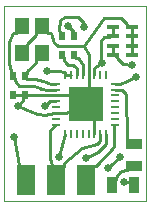
<source format=gtl>
G04 (created by PCBNEW (2013-jul-07)-stable) date Thu 27 Nov 2014 12:46:05 AM EST*
%MOIN*%
G04 Gerber Fmt 3.4, Leading zero omitted, Abs format*
%FSLAX34Y34*%
G01*
G70*
G90*
G04 APERTURE LIST*
%ADD10C,0.00590551*%
%ADD11C,0.00393701*%
%ADD12R,0.047X0.055*%
%ADD13R,0.035X0.055*%
%ADD14R,0.055X0.035*%
%ADD15R,0.01X0.03*%
%ADD16R,0.03X0.01*%
%ADD17R,0.1181X0.1181*%
%ADD18R,0.0393701X0.015748*%
%ADD19R,0.023622X0.0275591*%
%ADD20R,0.06X0.1*%
%ADD21C,0.025*%
%ADD22C,0.01*%
G04 APERTURE END LIST*
G54D10*
G54D11*
X24803Y-22244D02*
X24803Y-22047D01*
X20078Y-22244D02*
X24803Y-22244D01*
X20078Y-22047D02*
X20078Y-22244D01*
X20078Y-20472D02*
X20078Y-22047D01*
X24803Y-20472D02*
X24803Y-22047D01*
X20078Y-20472D02*
X20078Y-15748D01*
X24803Y-15748D02*
X24803Y-20472D01*
X20078Y-15748D02*
X24803Y-15748D01*
G54D12*
X21339Y-16422D03*
X20669Y-16422D03*
X20669Y-17322D03*
X21339Y-17322D03*
G54D13*
X24420Y-21743D03*
X23670Y-21743D03*
G54D14*
X24401Y-20345D03*
X24401Y-21095D03*
G54D15*
X22299Y-18052D03*
X22496Y-18052D03*
X22693Y-18052D03*
X22102Y-18052D03*
G54D16*
X21807Y-18347D03*
X21807Y-18544D03*
X21807Y-18741D03*
X21807Y-18938D03*
X21807Y-19134D03*
X21807Y-19331D03*
X21807Y-19528D03*
X21807Y-19725D03*
G54D15*
X23480Y-20020D03*
X22102Y-20020D03*
X22299Y-20020D03*
X22496Y-20020D03*
X22693Y-20020D03*
X22889Y-20020D03*
X23086Y-20020D03*
X23283Y-20020D03*
G54D16*
X23775Y-19725D03*
X23775Y-19528D03*
X23775Y-19331D03*
X23775Y-19134D03*
X23775Y-18938D03*
X23775Y-18741D03*
X23775Y-18544D03*
X23775Y-18347D03*
G54D15*
X23480Y-18052D03*
X23283Y-18052D03*
X23086Y-18052D03*
X22889Y-18052D03*
G54D17*
X22791Y-19036D03*
G54D18*
X24330Y-17401D03*
X24330Y-17086D03*
X24330Y-16771D03*
X24330Y-16456D03*
X23700Y-16456D03*
X23700Y-16771D03*
X23700Y-17086D03*
X23700Y-17401D03*
G54D19*
X20760Y-18098D03*
X20760Y-18728D03*
X20367Y-18098D03*
X20367Y-18728D03*
X22409Y-16777D03*
X22409Y-17407D03*
X22015Y-16777D03*
X22015Y-17407D03*
G54D20*
X22806Y-21549D03*
X21806Y-21549D03*
X20806Y-21549D03*
G54D21*
X24076Y-21617D03*
X23347Y-17651D03*
X24353Y-17712D03*
X21517Y-17943D03*
X21424Y-19110D03*
X23531Y-21148D03*
X23945Y-20783D03*
X20525Y-19091D03*
X21893Y-20807D03*
X22820Y-20811D03*
X22745Y-16444D03*
X22192Y-16417D03*
X20410Y-20136D03*
X24467Y-18117D03*
G54D22*
X24295Y-21617D02*
X24420Y-21743D01*
X24245Y-21617D02*
X24295Y-21617D01*
X24076Y-21617D02*
X24245Y-21617D01*
X23178Y-17745D02*
X23347Y-17651D01*
X23086Y-17837D02*
X23178Y-17745D01*
X23086Y-17902D02*
X23086Y-17837D01*
X23086Y-17952D02*
X23086Y-17902D01*
X23086Y-18052D02*
X23086Y-17952D01*
X23700Y-16742D02*
X23700Y-16771D01*
X23700Y-16692D02*
X23700Y-16742D01*
X23700Y-16535D02*
X23700Y-16692D01*
X23700Y-16485D02*
X23700Y-16535D01*
X23700Y-16456D02*
X23700Y-16485D01*
X23322Y-17555D02*
X23347Y-17651D01*
X23303Y-17455D02*
X23322Y-17555D01*
X23303Y-17289D02*
X23303Y-17455D01*
X23303Y-16925D02*
X23303Y-17289D01*
X23421Y-16807D02*
X23303Y-16925D01*
X23483Y-16800D02*
X23421Y-16807D01*
X23503Y-16800D02*
X23483Y-16800D01*
X23553Y-16800D02*
X23503Y-16800D01*
X23700Y-16771D02*
X23553Y-16800D01*
X23677Y-21023D02*
X23945Y-20783D01*
X23531Y-21148D02*
X23677Y-21023D01*
X22102Y-17952D02*
X22102Y-18052D01*
X22052Y-17952D02*
X22102Y-17952D01*
X22032Y-17952D02*
X22052Y-17952D01*
X21933Y-17943D02*
X22032Y-17952D01*
X21517Y-17943D02*
X21933Y-17943D01*
X21707Y-18938D02*
X21807Y-18938D01*
X21657Y-18938D02*
X21707Y-18938D01*
X21593Y-18938D02*
X21657Y-18938D01*
X21501Y-19030D02*
X21593Y-18938D01*
X21424Y-19110D02*
X21501Y-19030D01*
X23847Y-17430D02*
X23700Y-17401D01*
X23847Y-17480D02*
X23847Y-17430D01*
X23847Y-17501D02*
X23847Y-17480D01*
X23876Y-17530D02*
X23847Y-17501D01*
X24050Y-17680D02*
X23876Y-17530D01*
X24353Y-17712D02*
X24050Y-17680D01*
X23700Y-17372D02*
X23700Y-17401D01*
X23700Y-17322D02*
X23700Y-17372D01*
X23700Y-17165D02*
X23700Y-17322D01*
X23700Y-17115D02*
X23700Y-17165D01*
X23700Y-17086D02*
X23700Y-17115D01*
X22249Y-18052D02*
X22299Y-18052D01*
X22152Y-18052D02*
X22249Y-18052D01*
X22102Y-18052D02*
X22152Y-18052D01*
X21807Y-19331D02*
X21547Y-19350D01*
X21547Y-19350D02*
X21464Y-19381D01*
X21464Y-19381D02*
X21161Y-19362D01*
X21161Y-19362D02*
X20525Y-19091D01*
X21807Y-19331D02*
X22125Y-19330D01*
X22125Y-19330D02*
X22791Y-19036D01*
X21707Y-18741D02*
X21807Y-18741D01*
X21657Y-18741D02*
X21707Y-18741D01*
X20878Y-18741D02*
X21657Y-18741D01*
X20828Y-18741D02*
X20878Y-18741D01*
X20760Y-18728D02*
X20828Y-18741D01*
X21524Y-16647D02*
X21339Y-16422D01*
X21574Y-16647D02*
X21524Y-16647D01*
X21595Y-16647D02*
X21574Y-16647D01*
X21624Y-16677D02*
X21595Y-16647D01*
X21735Y-16980D02*
X21624Y-16677D01*
X21735Y-16982D02*
X21735Y-16980D01*
X21830Y-17076D02*
X21735Y-16982D01*
X21873Y-17092D02*
X21830Y-17076D01*
X22600Y-17092D02*
X21873Y-17092D01*
X22713Y-17094D02*
X22600Y-17092D01*
X22745Y-17110D02*
X22713Y-17094D01*
X22889Y-17952D02*
X22889Y-18052D01*
X22889Y-17902D02*
X22889Y-17952D01*
X22889Y-17756D02*
X22889Y-17902D01*
X22906Y-17723D02*
X22889Y-17756D01*
X22906Y-17702D02*
X22906Y-17723D01*
X22906Y-17387D02*
X22906Y-17702D01*
X22745Y-17110D02*
X22906Y-17387D01*
X22889Y-18496D02*
X22791Y-19036D01*
X22889Y-18446D02*
X22889Y-18496D01*
X22889Y-18202D02*
X22889Y-18446D01*
X22889Y-18152D02*
X22889Y-18202D01*
X22889Y-18052D02*
X22889Y-18152D01*
X23303Y-16295D02*
X22745Y-17110D01*
X23421Y-16177D02*
X23303Y-16295D01*
X23586Y-16177D02*
X23421Y-16177D01*
X23980Y-16177D02*
X23586Y-16177D01*
X24154Y-16327D02*
X23980Y-16177D01*
X24183Y-16357D02*
X24154Y-16327D01*
X24183Y-16377D02*
X24183Y-16357D01*
X24183Y-16427D02*
X24183Y-16377D01*
X24330Y-16456D02*
X24183Y-16427D01*
X21907Y-18741D02*
X21807Y-18741D01*
X21957Y-18741D02*
X21907Y-18741D01*
X22201Y-18741D02*
X21957Y-18741D01*
X22251Y-18741D02*
X22201Y-18741D01*
X22791Y-19036D02*
X22251Y-18741D01*
X21154Y-16647D02*
X21339Y-16422D01*
X21154Y-16697D02*
X21154Y-16647D01*
X21154Y-16718D02*
X21154Y-16697D01*
X20854Y-17027D02*
X21154Y-16718D01*
X20854Y-17047D02*
X20854Y-17027D01*
X20854Y-17097D02*
X20854Y-17047D01*
X20669Y-17322D02*
X20854Y-17097D01*
X24330Y-16742D02*
X24330Y-16771D01*
X24330Y-16692D02*
X24330Y-16742D01*
X24330Y-16535D02*
X24330Y-16692D01*
X24330Y-16485D02*
X24330Y-16535D01*
X24330Y-16456D02*
X24330Y-16485D01*
X23086Y-19577D02*
X22791Y-19036D01*
X23086Y-19627D02*
X23086Y-19577D01*
X23086Y-19870D02*
X23086Y-19627D01*
X23086Y-19920D02*
X23086Y-19870D01*
X23086Y-20020D02*
X23086Y-19920D01*
X24330Y-17057D02*
X24330Y-17086D01*
X24330Y-17007D02*
X24330Y-17057D01*
X24330Y-16850D02*
X24330Y-17007D01*
X24330Y-16800D02*
X24330Y-16850D01*
X24330Y-16771D02*
X24330Y-16800D01*
X24330Y-17372D02*
X24330Y-17401D01*
X24330Y-17322D02*
X24330Y-17372D01*
X24330Y-17165D02*
X24330Y-17322D01*
X24330Y-17115D02*
X24330Y-17165D01*
X24330Y-17086D02*
X24330Y-17115D01*
X20435Y-18728D02*
X20367Y-18728D01*
X20485Y-18728D02*
X20435Y-18728D01*
X20642Y-18728D02*
X20485Y-18728D01*
X20692Y-18728D02*
X20642Y-18728D01*
X20760Y-18728D02*
X20692Y-18728D01*
X20692Y-18816D02*
X20760Y-18728D01*
X20692Y-18866D02*
X20692Y-18816D01*
X20692Y-18887D02*
X20692Y-18866D01*
X20525Y-19091D02*
X20692Y-18887D01*
X24176Y-20220D02*
X24401Y-20345D01*
X24176Y-20170D02*
X24176Y-20220D01*
X24125Y-18698D02*
X24176Y-20170D01*
X24082Y-18636D02*
X24125Y-18698D01*
X23990Y-18544D02*
X24082Y-18636D01*
X23925Y-18544D02*
X23990Y-18544D01*
X23875Y-18544D02*
X23925Y-18544D01*
X23775Y-18544D02*
X23875Y-18544D01*
X22102Y-20020D02*
X21893Y-20759D01*
X21893Y-20759D02*
X21893Y-20807D01*
X23480Y-20120D02*
X23480Y-20020D01*
X23480Y-20170D02*
X23480Y-20120D01*
X23480Y-20354D02*
X23480Y-20170D01*
X23220Y-20614D02*
X23480Y-20354D01*
X22820Y-20811D02*
X23220Y-20614D01*
X24176Y-21220D02*
X24401Y-21095D01*
X24126Y-21220D02*
X24176Y-21220D01*
X24106Y-21220D02*
X24126Y-21220D01*
X23944Y-21299D02*
X24106Y-21220D01*
X23825Y-21418D02*
X23944Y-21299D01*
X23795Y-21448D02*
X23825Y-21418D01*
X23795Y-21468D02*
X23795Y-21448D01*
X23795Y-21518D02*
X23795Y-21468D01*
X23670Y-21743D02*
X23795Y-21518D01*
X22744Y-16322D02*
X22745Y-16444D01*
X22553Y-16132D02*
X22744Y-16322D01*
X22113Y-16130D02*
X22553Y-16132D01*
X21927Y-16214D02*
X22113Y-16130D01*
X21891Y-16556D02*
X21927Y-16214D01*
X22015Y-16777D02*
X21891Y-16556D01*
X22419Y-16639D02*
X22192Y-16417D01*
X22419Y-16689D02*
X22419Y-16639D01*
X22409Y-16777D02*
X22419Y-16689D01*
X22693Y-17952D02*
X22693Y-18052D01*
X22693Y-17902D02*
X22693Y-17952D01*
X22693Y-17739D02*
X22693Y-17902D01*
X22577Y-17524D02*
X22693Y-17739D01*
X22547Y-17495D02*
X22577Y-17524D01*
X22527Y-17495D02*
X22547Y-17495D01*
X22477Y-17495D02*
X22527Y-17495D01*
X22409Y-17407D02*
X22477Y-17495D01*
X21806Y-21549D02*
X21610Y-20834D01*
X21610Y-20834D02*
X21614Y-19897D01*
X21614Y-19897D02*
X21807Y-19725D01*
X23283Y-20120D02*
X23283Y-20020D01*
X23283Y-20170D02*
X23283Y-20120D01*
X23283Y-20231D02*
X23283Y-20170D01*
X23281Y-20251D02*
X23283Y-20231D01*
X23167Y-20365D02*
X23281Y-20251D01*
X22685Y-20486D02*
X23167Y-20365D01*
X22085Y-20999D02*
X22685Y-20486D01*
X22056Y-21028D02*
X22085Y-20999D01*
X22056Y-21049D02*
X22056Y-21028D01*
X22056Y-21099D02*
X22056Y-21049D01*
X21806Y-21549D02*
X22056Y-21099D01*
X23875Y-18347D02*
X23775Y-18347D01*
X23925Y-18347D02*
X23875Y-18347D01*
X23946Y-18347D02*
X23925Y-18347D01*
X24467Y-18117D02*
X23946Y-18347D01*
X20556Y-21049D02*
X20410Y-20136D01*
X20556Y-21099D02*
X20556Y-21049D01*
X20806Y-21549D02*
X20556Y-21099D01*
X23730Y-19725D02*
X23775Y-19725D01*
X23730Y-19775D02*
X23730Y-19725D01*
X23730Y-20415D02*
X23730Y-19775D01*
X23700Y-20488D02*
X23730Y-20415D01*
X23156Y-21069D02*
X23700Y-20488D01*
X23127Y-21099D02*
X23156Y-21069D01*
X23106Y-21099D02*
X23127Y-21099D01*
X23056Y-21099D02*
X23106Y-21099D01*
X22806Y-21549D02*
X23056Y-21099D01*
X20299Y-18010D02*
X20367Y-18098D01*
X20299Y-17960D02*
X20299Y-18010D01*
X20299Y-17940D02*
X20299Y-17960D01*
X20247Y-17675D02*
X20299Y-17940D01*
X20247Y-17520D02*
X20247Y-17675D01*
X20247Y-16970D02*
X20247Y-17520D01*
X20384Y-16677D02*
X20247Y-16970D01*
X20413Y-16647D02*
X20384Y-16677D01*
X20434Y-16647D02*
X20413Y-16647D01*
X20484Y-16647D02*
X20434Y-16647D01*
X20669Y-16422D02*
X20484Y-16647D01*
X20435Y-18186D02*
X20367Y-18098D01*
X20435Y-18236D02*
X20435Y-18186D01*
X20435Y-18257D02*
X20435Y-18236D01*
X20465Y-18309D02*
X20435Y-18257D01*
X20569Y-18413D02*
X20465Y-18309D01*
X20952Y-18413D02*
X20569Y-18413D01*
X21065Y-18416D02*
X20952Y-18413D01*
X21266Y-18507D02*
X21065Y-18416D01*
X21295Y-18519D02*
X21266Y-18507D01*
X21555Y-18544D02*
X21295Y-18519D01*
X21657Y-18544D02*
X21555Y-18544D01*
X21707Y-18544D02*
X21657Y-18544D01*
X21807Y-18544D02*
X21707Y-18544D01*
X20828Y-18186D02*
X20760Y-18098D01*
X20878Y-18186D02*
X20828Y-18186D01*
X21120Y-18186D02*
X20878Y-18186D01*
X21382Y-18269D02*
X21120Y-18186D01*
X21637Y-18347D02*
X21382Y-18269D01*
X21657Y-18347D02*
X21637Y-18347D01*
X21707Y-18347D02*
X21657Y-18347D01*
X21807Y-18347D02*
X21707Y-18347D01*
X21154Y-17547D02*
X21339Y-17322D01*
X21154Y-17597D02*
X21154Y-17547D01*
X21154Y-17618D02*
X21154Y-17597D01*
X21125Y-17647D02*
X21154Y-17618D01*
X20858Y-17910D02*
X21125Y-17647D01*
X20828Y-17940D02*
X20858Y-17910D01*
X20828Y-17960D02*
X20828Y-17940D01*
X20828Y-18010D02*
X20828Y-17960D01*
X20760Y-18098D02*
X20828Y-18010D01*
X22496Y-17952D02*
X22496Y-18052D01*
X22496Y-17902D02*
X22496Y-17952D01*
X22496Y-17841D02*
X22496Y-17902D01*
X22410Y-17755D02*
X22496Y-17841D01*
X22373Y-17723D02*
X22410Y-17755D01*
X22226Y-17723D02*
X22373Y-17723D01*
X22216Y-17723D02*
X22226Y-17723D01*
X22112Y-17619D02*
X22216Y-17723D01*
X22083Y-17565D02*
X22112Y-17619D01*
X22083Y-17545D02*
X22083Y-17565D01*
X22083Y-17495D02*
X22083Y-17545D01*
X22015Y-17407D02*
X22083Y-17495D01*
M02*

</source>
